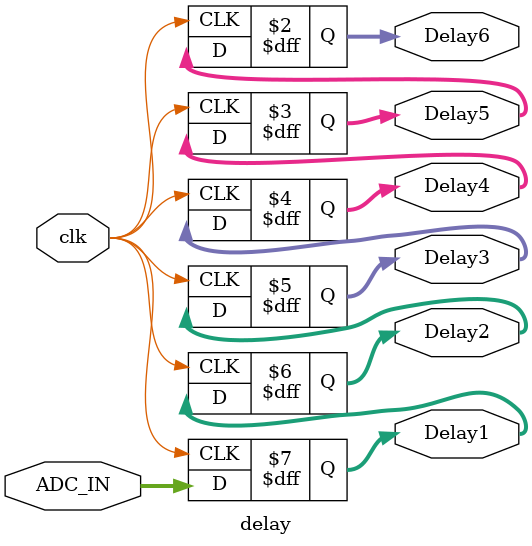
<source format=v>
module delay(clk, ADC_IN, Delay6, Delay5, Delay4, Delay3, Delay2, Delay1);

input [13:0] ADC_IN;
input clk;


output reg [13:0] Delay6;
output reg [13:0] Delay5;
output reg [13:0] Delay4;
output reg [13:0] Delay3;
output reg [13:0] Delay2;
output reg [13:0] Delay1;

always @(posedge clk) begin

	Delay6<=Delay5;
	Delay5<=Delay4;
	Delay4<=Delay3;
	Delay3<=Delay2;
	Delay2<=Delay1;
	Delay1<=ADC_IN;
	
end

endmodule

</source>
